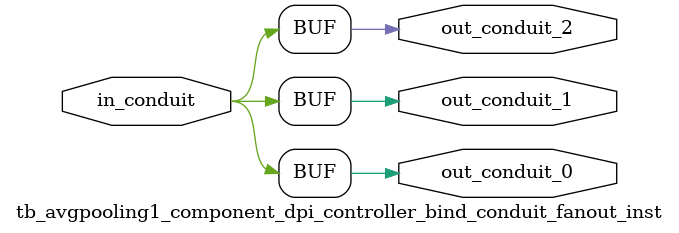
<source format=sv>


 


// --------------------------------------------------------------------------------
//| Avalon Conduit Fan-Out
// --------------------------------------------------------------------------------

// ------------------------------------------
// Generation parameters:
//   output_name:       tb_avgpooling1_component_dpi_controller_bind_conduit_fanout_inst
//   numFanOut:         3
//   
// ------------------------------------------

module tb_avgpooling1_component_dpi_controller_bind_conduit_fanout_inst (     

// Interface: out_conduit_0
 output                    out_conduit_0,
// Interface: out_conduit_1
 output                    out_conduit_1,
// Interface: out_conduit_2
 output                    out_conduit_2,

// Interface: in_conduit
 input                   in_conduit

);

   assign  out_conduit_0 = in_conduit;
   assign  out_conduit_1 = in_conduit;
   assign  out_conduit_2 = in_conduit;

endmodule //


</source>
